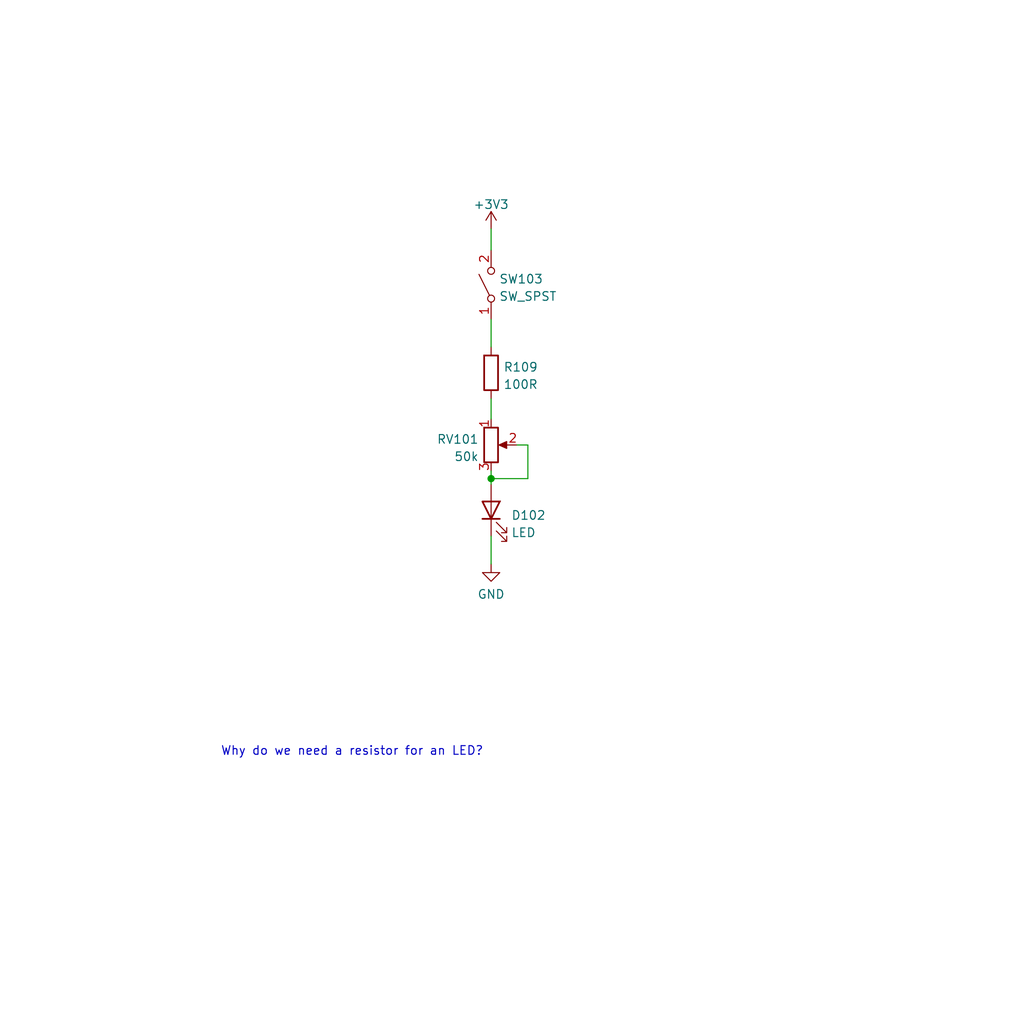
<source format=kicad_sch>
(kicad_sch (version 20211123) (generator eeschema)
  (paper "User" 150.012 150.012)
  (lib_symbols
    (symbol "Device:LED" (pin_numbers hide) (pin_names (offset 1.016) hide)
      (property "Reference" "D" (at 0 2.54 0))
      (property "Value" "LED" (at 0 -2.54 0))
      (symbol "LED_0_1"
        (polyline (pts (xy -1.27 -1.27) (xy -1.27 1.27)) (stroke (width 0.254)))
        (polyline (pts (xy -1.27 0) (xy 1.27 0)))
        (polyline (pts (xy 1.27 -1.27) (xy 1.27 1.27) (xy -1.27 0) (xy 1.27 -1.27)) (stroke (width 0.254)))
        (polyline (pts (xy -3.048 -0.762) (xy -4.572 -2.286) (xy -3.81 -2.286) (xy -4.572 -2.286) (xy -4.572 -1.524)))
        (polyline (pts (xy -1.778 -0.762) (xy -3.302 -2.286) (xy -2.54 -2.286) (xy -3.302 -2.286) (xy -3.302 -1.524)))
      )
      (symbol "LED_1_1"
        (pin passive line (at -3.81 0 0) (length 2.54) (name "K") (number "1"))
        (pin passive line (at 3.81 0 180) (length 2.54) (name "A") (number "2"))
      )
    )
    (symbol "Device:R" (pin_numbers hide) (pin_names (offset 0))
      (property "Reference" "R" (at 2.032 0 90))
      (property "Value" "R" (at 0 0 90))
      (symbol "R_0_1"
        (rectangle (start -1.016 -2.54) (end 1.016 2.54) (stroke (width 0.254)))
      )
      (symbol "R_1_1"
        (pin passive line (at 0 3.81 270) (length 1.27) (name "~") (number "1"))
        (pin passive line (at 0 -3.81 90) (length 1.27) (name "~") (number "2"))
      )
    )
    (symbol "Device:R_Potentiometer" (pin_names (offset 1.016) hide)
      (property "Reference" "RV" (at -4.445 0 90))
      (property "Value" "R_Potentiometer" (at -2.54 0 90))
      (symbol "R_Potentiometer_0_1"
        (polyline (pts (xy 2.54 0) (xy 1.524 0)))
        (polyline (pts (xy 1.143 0) (xy 2.286 0.508) (xy 2.286 -0.508) (xy 1.143 0)) (fill (type outline)))
        (rectangle (start 1.016 2.54) (end -1.016 -2.54) (stroke (width 0.254)))
      )
      (symbol "R_Potentiometer_1_1"
        (pin passive line (at 0 3.81 270) (length 1.27) (name "1") (number "1"))
        (pin passive line (at 3.81 0 180) (length 1.27) (name "2") (number "2"))
        (pin passive line (at 0 -3.81 90) (length 1.27) (name "3") (number "3"))
      )
    )
    (symbol "Switch:SW_SPST" (pin_names (offset 0) hide)
      (property "Reference" "SW" (at 0 3.175 0))
      (property "Value" "SW_SPST" (at 0 -2.54 0))
      (symbol "SW_SPST_0_0"
        (circle (center -2.032 0) (radius 0.508))
        (polyline (pts (xy -1.524 0.254) (xy 1.524 1.778)))
        (circle (center 2.032 0) (radius 0.508))
      )
      (symbol "SW_SPST_1_1"
        (pin passive line (at -5.08 0 0) (length 2.54) (name "A") (number "1"))
        (pin passive line (at 5.08 0 180) (length 2.54) (name "B") (number "2"))
      )
    )
    (symbol "power:+3V3" (power) (pin_names (offset 0))
      (property "Value" "+3V3" (at 0 3.556 0))
      (symbol "+3V3_0_1"
        (polyline (pts (xy -0.762 1.27) (xy 0 2.54)))
        (polyline (pts (xy 0 0) (xy 0 2.54)))
        (polyline (pts (xy 0 2.54) (xy 0.762 1.27)))
      )
      (symbol "+3V3_1_1"
        (pin power_in line (at 0 0 90) (length 0) hide (name "+3V3") (number "1"))
      )
    )
    (symbol "power:GND" (power) (pin_names (offset 0))
      (property "Value" "GND" (at 0 -3.81 0))
      (symbol "GND_0_1"
        (polyline (pts (xy 0 0) (xy 0 -1.27) (xy 1.27 -1.27) (xy 0 -2.54) (xy -1.27 -1.27) (xy 0 -1.27)))
      )
      (symbol "GND_1_1"
        (pin power_in line (at 0 0 270) (length 0) hide (name "GND") (number "1"))
      )
    )
  )
  (junction (at 71.9328 70.104))
  (wire (pts (xy 75.7428 65.1764) (xy 77.3176 65.1764)))
  (wire (pts (xy 77.3176 65.1764) (xy 77.3176 70.104)))
  (wire (pts (xy 77.3176 70.104) (xy 71.9328 70.104)))
  (wire (pts (xy 71.9328 58.42) (xy 71.9328 61.3664)))
  (wire (pts (xy 71.9328 70.104) (xy 71.9328 70.9168)))
  (wire (pts (xy 71.9328 68.9864) (xy 71.9328 70.104)))
  (wire (pts (xy 71.9328 46.7868) (xy 71.9328 50.8)))
  (wire (pts (xy 71.9328 78.5368) (xy 71.9328 82.6008)))
  (wire (pts (xy 71.9328 33.528) (xy 71.9328 36.6268)))
  (text "Why do we need a resistor for an LED?" (at 32.3088 110.8964 0) (effects (font (size 1.27 1.27)) (justify left bottom)))
  (symbol (lib_id "power:GND") (at 71.9328 82.6008 0) (unit 1)
    (property "Reference" "#PWR04" (effects hide))
    (property "Value" "GND" (at 71.9328 87.0442 0))
  )
  (symbol (lib_id "Device:R_Potentiometer") (at 71.9328 65.1764 0) (unit 1)
    (property "Reference" "RV101" (at 70.1549 64.3417 0) (effects (justify right)))
    (property "Value" "50k" (at 70.1549 66.8786 0) (effects (justify right)))
  )
  (symbol (lib_id "Device:R") (at 71.9328 54.61 0) (unit 1)
    (property "Reference" "R109" (at 73.7108 53.7753 0) (effects (justify left)))
    (property "Value" "100R" (at 73.7108 56.3122 0) (effects (justify left)))
  )
  (symbol (lib_id "power:+3V3") (at 71.9328 33.528 0) (unit 1)
    (property "Reference" "#PWR?" (effects hide))
    (property "Value" "+3V3" (at 71.9328 29.9522 0))
  )
  (symbol (lib_id "Switch:SW_SPST") (at 71.9328 41.7068 90) (unit 1)
    (property "Reference" "SW103" (at 73.0758 40.8721 90) (effects (justify right)))
    (property "Value" "SW_SPST" (at 73.0758 43.409 90) (effects (justify right)))
  )
  (symbol (lib_id "Device:LED") (at 71.9328 74.7268 90) (unit 1)
    (property "Reference" "D102" (at 74.8538 75.4796 90) (effects (justify right)))
    (property "Value" "LED" (at 74.8538 78.0165 90) (effects (justify right)))
  )
)
</source>
